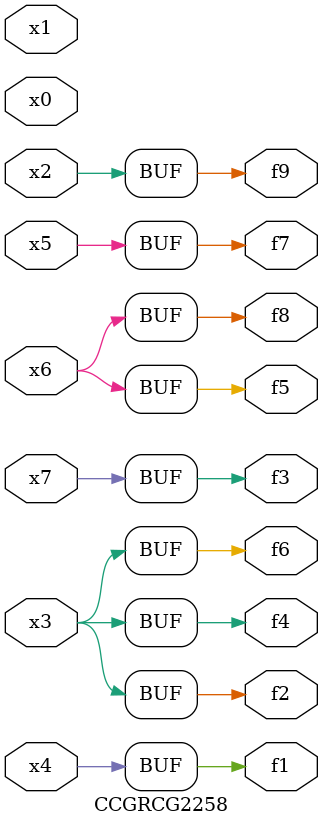
<source format=v>
module CCGRCG2258(
	input x0, x1, x2, x3, x4, x5, x6, x7,
	output f1, f2, f3, f4, f5, f6, f7, f8, f9
);
	assign f1 = x4;
	assign f2 = x3;
	assign f3 = x7;
	assign f4 = x3;
	assign f5 = x6;
	assign f6 = x3;
	assign f7 = x5;
	assign f8 = x6;
	assign f9 = x2;
endmodule

</source>
